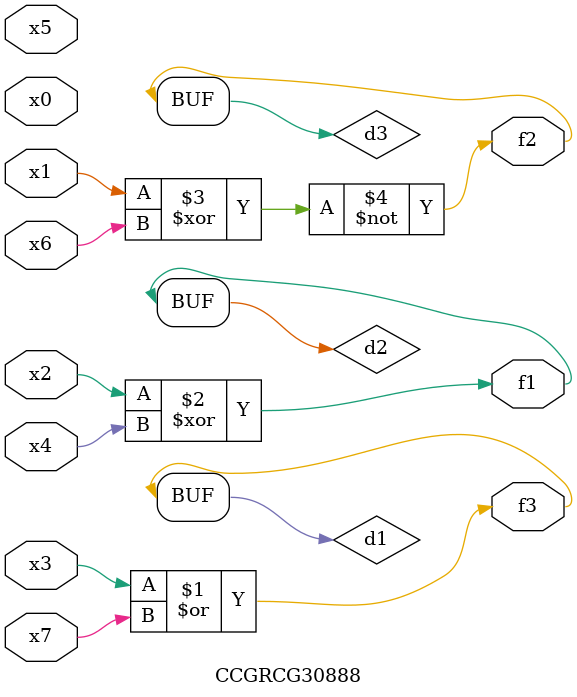
<source format=v>
module CCGRCG30888(
	input x0, x1, x2, x3, x4, x5, x6, x7,
	output f1, f2, f3
);

	wire d1, d2, d3;

	or (d1, x3, x7);
	xor (d2, x2, x4);
	xnor (d3, x1, x6);
	assign f1 = d2;
	assign f2 = d3;
	assign f3 = d1;
endmodule

</source>
